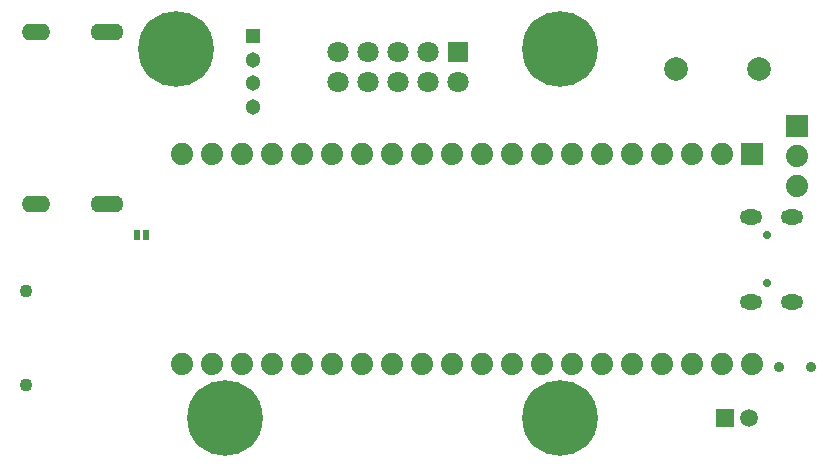
<source format=gbr>
%TF.GenerationSoftware,KiCad,Pcbnew,5.1.5+dfsg1-2build2*%
%TF.CreationDate,2021-04-22T16:13:23+03:00*%
%TF.ProjectId,RP2040-PICO-PC_rev_B,52503230-3430-42d5-9049-434f2d50435f,A*%
%TF.SameCoordinates,Original*%
%TF.FileFunction,Soldermask,Bot*%
%TF.FilePolarity,Negative*%
%FSLAX46Y46*%
G04 Gerber Fmt 4.6, Leading zero omitted, Abs format (unit mm)*
G04 Created by KiCad (PCBNEW 5.1.5+dfsg1-2build2) date 2021-04-22 16:13:23*
%MOMM*%
%LPD*%
G04 APERTURE LIST*
%ADD10C,2.001600*%
%ADD11R,0.609600X0.863600*%
%ADD12R,1.879600X1.879600*%
%ADD13C,1.879600*%
%ADD14R,1.301600X1.301600*%
%ADD15C,1.301600*%
%ADD16C,6.401600*%
%ADD17R,1.801600X1.801600*%
%ADD18C,1.801600*%
%ADD19R,1.501600X1.501600*%
%ADD20C,1.501600*%
%ADD21O,2.801600X1.401600*%
%ADD22O,2.401600X1.401600*%
%ADD23C,0.701600*%
%ADD24O,1.901600X1.301600*%
%ADD25C,0.901600*%
%ADD26C,1.101600*%
G04 APERTURE END LIST*
D10*
%TO.C,AUDIO_JACK_1*%
X184737000Y-106299000D03*
X177737000Y-106299000D03*
%TD*%
D11*
%TO.C,SJ1*%
X132080000Y-120396000D03*
X132842000Y-120396000D03*
%TD*%
D12*
%TO.C,DBG1*%
X187960000Y-111125000D03*
D13*
X187960000Y-113665000D03*
X187960000Y-116205000D03*
%TD*%
D14*
%TO.C,CON2*%
X141901000Y-103553000D03*
D15*
X141901000Y-105553000D03*
X141901000Y-107553000D03*
X141901000Y-109553000D03*
%TD*%
%TO.C,MH3*%
X165481000Y-104648000D03*
X170307000Y-104648000D03*
X169545000Y-106299000D03*
X166243000Y-106426000D03*
X169545000Y-102997000D03*
X166243000Y-102997000D03*
X167894000Y-107061000D03*
X167894000Y-102235000D03*
D16*
X167894000Y-104648000D03*
%TD*%
D17*
%TO.C,UEXT1*%
X159258000Y-104902000D03*
D18*
X159258000Y-107442000D03*
X156718000Y-104902000D03*
X156718000Y-107442000D03*
X154178000Y-104902000D03*
X154178000Y-107442000D03*
X151638000Y-104902000D03*
X151638000Y-107442000D03*
X149098000Y-104902000D03*
X149098000Y-107442000D03*
%TD*%
D19*
%TO.C,BAT_CON1*%
X181851300Y-135910320D03*
D20*
X183880760Y-135907780D03*
%TD*%
D13*
%TO.C,U2*%
X173990000Y-131318000D03*
X179070000Y-131318000D03*
X143510000Y-131318000D03*
X158750000Y-131318000D03*
X158750000Y-113538000D03*
X143510000Y-113538000D03*
X156210000Y-131318000D03*
X179070000Y-113538000D03*
X146050000Y-113538000D03*
X171450000Y-113538000D03*
X176530000Y-113538000D03*
X184150000Y-131318000D03*
X151130000Y-113538000D03*
X135890000Y-113538000D03*
X171450000Y-131318000D03*
X173990000Y-113538000D03*
X153670000Y-113538000D03*
X140970000Y-113538000D03*
X138430000Y-113538000D03*
X163830000Y-131318000D03*
X138430000Y-131318000D03*
X176530000Y-131318000D03*
X151130000Y-131318000D03*
X146050000Y-131318000D03*
X148590000Y-131318000D03*
X140970000Y-131318000D03*
D12*
X184150000Y-113538000D03*
D13*
X181610000Y-113538000D03*
X168910000Y-113538000D03*
X156210000Y-113538000D03*
X135890000Y-131318000D03*
X153670000Y-131318000D03*
X148590000Y-113538000D03*
X181610000Y-131318000D03*
X161290000Y-131318000D03*
X161290000Y-113538000D03*
X163830000Y-113538000D03*
X166370000Y-131318000D03*
X166370000Y-113538000D03*
X168910000Y-131318000D03*
%TD*%
D21*
%TO.C,HDMI1*%
X129568000Y-103190000D03*
X129568000Y-117790000D03*
D22*
X123518000Y-117790000D03*
X123518000Y-103190000D03*
%TD*%
D23*
%TO.C,USB1*%
X185425000Y-124428000D03*
X185425000Y-120428000D03*
D24*
X187575000Y-126028000D03*
X184105000Y-126028000D03*
X184105000Y-118828000D03*
X187575000Y-118828000D03*
%TD*%
D25*
%TO.C,RST1*%
X189183000Y-131572000D03*
X186483000Y-131572000D03*
%TD*%
D26*
%TO.C,MICRO_SD1*%
X122732800Y-125095000D03*
X122732800Y-133096000D03*
%TD*%
D15*
%TO.C,MH1*%
X132969000Y-104648000D03*
X137795000Y-104648000D03*
X137033000Y-106299000D03*
X133731000Y-106426000D03*
X137033000Y-102997000D03*
X133731000Y-102997000D03*
X135382000Y-107061000D03*
X135382000Y-102235000D03*
D16*
X135382000Y-104648000D03*
%TD*%
D15*
%TO.C,MH2*%
X137160000Y-135890000D03*
X141986000Y-135890000D03*
X141224000Y-137541000D03*
X137922000Y-137668000D03*
X141224000Y-134239000D03*
X137922000Y-134239000D03*
X139573000Y-138303000D03*
X139573000Y-133477000D03*
D16*
X139573000Y-135890000D03*
%TD*%
D15*
%TO.C,MH4*%
X165481000Y-135890000D03*
X170307000Y-135890000D03*
X169545000Y-137541000D03*
X166243000Y-137668000D03*
X169545000Y-134239000D03*
X166243000Y-134239000D03*
X167894000Y-138303000D03*
X167894000Y-133477000D03*
D16*
X167894000Y-135890000D03*
%TD*%
M02*

</source>
